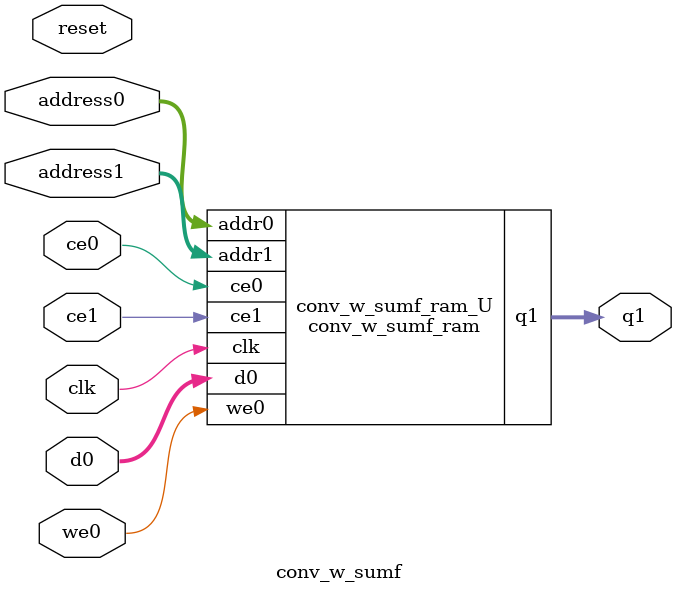
<source format=v>
`timescale 1 ns / 1 ps
module conv_w_sumf_ram (addr0, ce0, d0, we0, addr1, ce1, q1,  clk);

parameter DWIDTH = 32;
parameter AWIDTH = 3;
parameter MEM_SIZE = 6;

input[AWIDTH-1:0] addr0;
input ce0;
input[DWIDTH-1:0] d0;
input we0;
input[AWIDTH-1:0] addr1;
input ce1;
output reg[DWIDTH-1:0] q1;
input clk;

(* ram_style = "distributed" *)reg [DWIDTH-1:0] ram[0:MEM_SIZE-1];




always @(posedge clk)  
begin 
    if (ce0) 
    begin
        if (we0) 
        begin 
            ram[addr0] <= d0; 
        end 
    end
end


always @(posedge clk)  
begin 
    if (ce1) 
    begin
        q1 <= ram[addr1];
    end
end


endmodule

`timescale 1 ns / 1 ps
module conv_w_sumf(
    reset,
    clk,
    address0,
    ce0,
    we0,
    d0,
    address1,
    ce1,
    q1);

parameter DataWidth = 32'd32;
parameter AddressRange = 32'd6;
parameter AddressWidth = 32'd3;
input reset;
input clk;
input[AddressWidth - 1:0] address0;
input ce0;
input we0;
input[DataWidth - 1:0] d0;
input[AddressWidth - 1:0] address1;
input ce1;
output[DataWidth - 1:0] q1;



conv_w_sumf_ram conv_w_sumf_ram_U(
    .clk( clk ),
    .addr0( address0 ),
    .ce0( ce0 ),
    .we0( we0 ),
    .d0( d0 ),
    .addr1( address1 ),
    .ce1( ce1 ),
    .q1( q1 ));

endmodule


</source>
